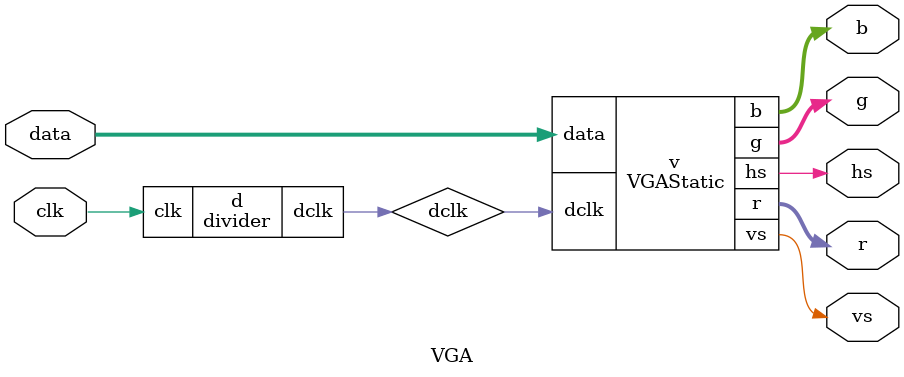
<source format=v>
`timescale 1ns / 1ps
module divider(input clk,output reg dclk);
	integer counter=0;
	always@(posedge clk)
		if(counter>=1)
		begin
			if(dclk==0)
				dclk<=1;
			else
				dclk<=0;
			counter<=0;
		end
		else
			counter<=counter+1;
endmodule

//根据data来显示这个像素的颜色 data[7:5]=r,data[4:2]=g,data[1:0]=b
module VGAStatic(input dclk,input wire[7:0] data,
						output reg vs,output reg hs,output wire[2:0] r,output wire[2:0] g,output wire[1:0] b);
	integer verCounter=0;
	integer horCounter=0;
	reg[7:0] disData=8'b00_000_000;
	//水平坐标逻辑
	always@(posedge dclk)
	begin
		if(horCounter==799)
			horCounter<=0;
		else
			horCounter<=horCounter+1;
	end
	//垂直坐标逻辑
	always@(posedge dclk)
	begin
		if(verCounter==520)
			verCounter<=0;
		else
		begin
			if(horCounter==799)
				verCounter<=verCounter+1;
			else
				verCounter<=verCounter;
		end
			
	end
	//产生hs信号
	always@(posedge dclk)
	begin
		if(horCounter<96)
			hs<=0;
		else
			hs<=1;
	end
	//产生vs信号
	always@(posedge dclk)
	begin
		if(verCounter<2)
			vs<=0;
		else
			vs<=1;
	end
	//只在T(disp)期间显示信号
	always@(posedge dclk)
	begin
		// 
		if(verCounter>31&&verCounter<511)
		begin
		//矫正前
			if(horCounter>143&&horCounter<784)
				disData<=data;
			else
				disData<=8'b00_000_000;
		end
		else
			disData<=8'b00_000_000;
	end
	//
	assign {r,g,b}=disData;
endmodule

module VGA(input clk,input wire[7:0] data,
				output vs,output hs,output wire[2:0] r,output wire[2:0] g,output wire[1:0] b);
	wire dclk;
	divider d(clk,dclk);
	VGAStatic v(dclk,data,vs,hs,r,g,b);
endmodule				

</source>
